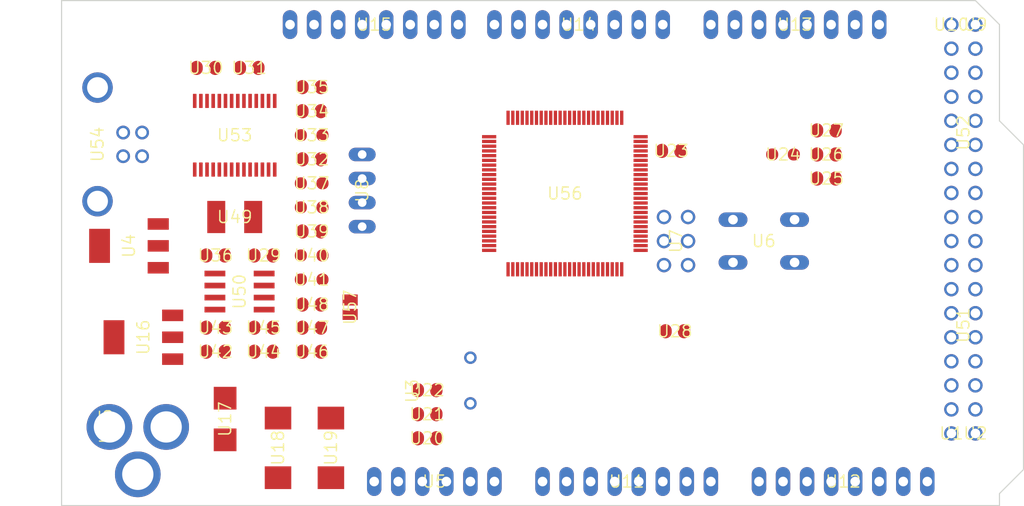
<source format=kicad_pcb>
(kicad_pcb (version 20221018) (generator pcbnew)
  (layers (0 "F.Cu" signal "Top") (31 "B.Cu" signal "Bottom") (34 "B.Paste" user) (35 "F.Paste" user) (36 "B.SilkS" user "B.Silkscreen") (37 "F.SilkS" user "F.Silkscreen") (38 "B.Mask" user) (39 "F.Mask" user) (44 "Edge.Cuts" user))
  (net 0 "")
  (net 1 "+5V")
  (net 2 "GND")
  (net 3 "N$6")
  (net 4 "N$7")
  (net 5 "AREF")
  (net 6 "RESET")
  (net 7 "VIN")
  (net 8 "N$3")
  (net 9 "PWRIN")
  (net 10 "M8RXD")
  (net 11 "M8TXD")
  (net 12 "ADC0")
  (net 13 "ADC2")
  (net 14 "ADC1")
  (net 15 "ADC3")
  (net 16 "ADC4")
  (net 17 "ADC5")
  (net 18 "ADC6")
  (net 19 "ADC7")
  (net 20 "+3V3")
  (net 21 "SDA")
  (net 22 "SCL")
  (net 23 "ADC9")
  (net 24 "ADC8")
  (net 25 "ADC10")
  (net 26 "ADC11")
  (net 27 "ADC12")
  (net 28 "ADC13")
  (net 29 "ADC14")
  (net 30 "ADC15")
  (net 31 "PB3")
  (net 32 "PB2")
  (net 33 "PB1")
  (net 34 "PB5")
  (net 35 "PB4")
  (net 36 "PE5")
  (net 37 "PE4")
  (net 38 "PE3")
  (net 39 "PE1")
  (net 40 "PE0")
  (net 41 "N$15")
  (net 42 "N$53")
  (net 43 "N$54")
  (net 44 "N$55")
  (net 45 "D-")
  (net 46 "D+")
  (net 47 "N$60")
  (net 48 "DTR")
  (net 49 "USBVCC")
  (net 50 "N$2")
  (net 51 "N$4")
  (net 52 "GATE_CMD")
  (net 53 "CMP")
  (net 54 "PB6")
  (net 55 "PH3")
  (net 56 "PH4")
  (net 57 "PH5")
  (net 58 "PH6")
  (net 59 "PG5")
  (net 60 "RXD1")
  (net 61 "TXD1")
  (net 62 "RXD2")
  (net 63 "RXD3")
  (net 64 "TXD2")
  (net 65 "TXD3")
  (net 66 "PC0")
  (net 67 "PC1")
  (net 68 "PC2")
  (net 69 "PC3")
  (net 70 "PC4")
  (net 71 "PC5")
  (net 72 "PC6")
  (net 73 "PC7")
  (net 74 "PB0")
  (net 75 "PG0")
  (net 76 "PG1")
  (net 77 "PG2")
  (net 78 "PD7")
  (net 79 "PA0")
  (net 80 "PA1")
  (net 81 "PA2")
  (net 82 "PA3")
  (net 83 "PA4")
  (net 84 "PA5")
  (net 85 "PA6")
  (net 86 "PA7")
  (net 87 "PL0")
  (net 88 "PL1")
  (net 89 "PL2")
  (net 90 "PL3")
  (net 91 "PL4")
  (net 92 "PL5")
  (net 93 "PL6")
  (net 94 "PL7")
  (net 95 "PB7")
  (net 96 "CTS")
  (net 97 "DSR")
  (net 98 "DCD")
  (net 99 "RI")
  (footprint "Arduino_MEGA_Reference_Design:2X03" (layer "F.Cu") (at 162.5981 103.7336 -90)
    (fp_text reference "U7")
    (fp_text value "")
  )
  (footprint "Arduino_MEGA_Reference_Design:1X08" (layer "F.Cu") (at 152.3111 80.8736 180)
    (fp_text reference "U14")
    (fp_text value "")
  )
  (footprint "Arduino_MEGA_Reference_Design:1X08" (layer "F.Cu") (at 130.7211 80.8736 180)
    (fp_text reference "U15")
    (fp_text value "")
  )
  (footprint "Arduino_MEGA_Reference_Design:SMC_D" (layer "F.Cu") (at 120.5611 125.5776 -90)
    (fp_text reference "U18")
    (fp_text value "")
  )
  (footprint "Arduino_MEGA_Reference_Design:SMC_D" (layer "F.Cu") (at 126.1491 125.5776 -90)
    (fp_text reference "U19")
    (fp_text value "")
  )
  (footprint "Arduino_MEGA_Reference_Design:B3F-10XX" (layer "F.Cu") (at 171.8691 103.7336 180)
    (fp_text reference "U6")
    (fp_text value "")
  )
  (footprint "Arduino_MEGA_Reference_Design:0805RND" (layer "F.Cu") (at 173.9011 94.5896 180)
    (fp_text reference "U24")
    (fp_text value "")
  )
  (footprint "Arduino_MEGA_Reference_Design:SMB" (layer "F.Cu") (at 114.9731 122.5296 -90)
    (fp_text reference "U17")
    (fp_text value "")
  )
  (footprint "Arduino_MEGA_Reference_Design:DC-21MM" (layer "F.Cu") (at 103.0351 123.2916 90)
    (fp_text reference "U55")
    (fp_text value "")
  )
  (footprint "Arduino_MEGA_Reference_Design:HC49_S" (layer "F.Cu") (at 140.8811 118.4656 90)
    (fp_text reference "U3")
    (fp_text value "")
  )
  (footprint "Arduino_MEGA_Reference_Design:SOT223" (layer "F.Cu") (at 106.3371 113.8936 90)
    (fp_text reference "U16")
    (fp_text value "")
  )
  (footprint "Arduino_MEGA_Reference_Design:1X06" (layer "F.Cu") (at 137.0711 129.1336)
    (fp_text reference "U5")
    (fp_text value "")
  )
  (footprint "Arduino_MEGA_Reference_Design:C0805RND" (layer "F.Cu") (at 124.1171 87.4776)
    (fp_text reference "U35")
    (fp_text value "")
  )
  (footprint "Arduino_MEGA_Reference_Design:C0805RND" (layer "F.Cu") (at 162.4711 113.2586)
    (fp_text reference "U28")
    (fp_text value "")
  )
  (footprint "Arduino_MEGA_Reference_Design:C0805RND" (layer "F.Cu") (at 136.3091 122.0216)
    (fp_text reference "U21")
    (fp_text value "")
  )
  (footprint "Arduino_MEGA_Reference_Design:C0805RND" (layer "F.Cu") (at 136.3091 119.4816)
    (fp_text reference "U22")
    (fp_text value "")
  )
  (footprint "Arduino_MEGA_Reference_Design:C0805RND" (layer "F.Cu") (at 113.9571 112.8776)
    (fp_text reference "U43")
    (fp_text value "")
  )
  (footprint "Arduino_MEGA_Reference_Design:RCL_0805RND" (layer "F.Cu") (at 124.1171 105.2576)
    (fp_text reference "U40")
    (fp_text value "")
  )
  (footprint "Arduino_MEGA_Reference_Design:RCL_0805RND" (layer "F.Cu") (at 124.1171 107.7976)
    (fp_text reference "U41")
    (fp_text value "")
  )
  (footprint "Arduino_MEGA_Reference_Design:1X08" (layer "F.Cu") (at 157.3911 129.1336)
    (fp_text reference "U11")
    (fp_text value "")
  )
  (footprint "Arduino_MEGA_Reference_Design:1X08" (layer "F.Cu") (at 175.1711 80.8736 180)
    (fp_text reference "U13")
    (fp_text value "")
  )
  (footprint "Arduino_MEGA_Reference_Design:R0805RND" (layer "F.Cu") (at 178.4731 94.5896 180)
    (fp_text reference "U26")
    (fp_text value "")
  )
  (footprint "Arduino_MEGA_Reference_Design:R0805RND" (layer "F.Cu") (at 178.4731 92.0496 180)
    (fp_text reference "U27")
    (fp_text value "")
  )
  (footprint "Arduino_MEGA_Reference_Design:TQFP100" (layer "F.Cu") (at 150.86109924316406 98.71395874023438 0)
    (fp_text reference "U56")
    (fp_text value "")
  )
  (footprint "Arduino_MEGA_Reference_Design:C0805RND" (layer "F.Cu") (at 162.0901 94.2086 180)
    (fp_text reference "U23")
    (fp_text value "")
  )
  (footprint "Arduino_MEGA_Reference_Design:C0805RND" (layer "F.Cu") (at 136.3091 124.5616)
    (fp_text reference "U20")
    (fp_text value "")
  )
  (footprint "Arduino_MEGA_Reference_Design:1X08" (layer "F.Cu") (at 180.2511 129.1336)
    (fp_text reference "U12")
    (fp_text value "")
  )
  (footprint "Arduino_MEGA_Reference_Design:R0805RND" (layer "F.Cu") (at 124.1171 112.8776)
    (fp_text reference "U47")
    (fp_text value "")
  )
  (footprint "Arduino_MEGA_Reference_Design:C0805RND" (layer "F.Cu") (at 124.1171 115.4176)
    (fp_text reference "U46")
    (fp_text value "")
  )
  (footprint "Arduino_MEGA_Reference_Design:C0805RND" (layer "F.Cu") (at 113.9571 105.2576)
    (fp_text reference "U36")
    (fp_text value "")
  )
  (footprint "Arduino_MEGA_Reference_Design:C0805RND" (layer "F.Cu") (at 112.9411 85.4456)
    (fp_text reference "U30")
    (fp_text value "")
  )
  (footprint "Arduino_MEGA_Reference_Design:0805RND" (layer "F.Cu") (at 124.1171 100.1776 180)
    (fp_text reference "U38")
    (fp_text value "")
  )
  (footprint "Arduino_MEGA_Reference_Design:0805RND" (layer "F.Cu") (at 124.1171 97.6376 180)
    (fp_text reference "U37")
    (fp_text value "")
  )
  (footprint "Arduino_MEGA_Reference_Design:R0805RND" (layer "F.Cu") (at 124.1171 95.0976)
    (fp_text reference "U32")
    (fp_text value "")
  )
  (footprint "Arduino_MEGA_Reference_Design:R0805RND" (layer "F.Cu") (at 124.1171 102.7176)
    (fp_text reference "U39")
    (fp_text value "")
  )
  (footprint "Arduino_MEGA_Reference_Design:SSOP28" (layer "F.Cu") (at 115.9891 92.5576)
    (fp_text reference "U53")
    (fp_text value "")
  )
  (footprint "Arduino_MEGA_Reference_Design:PN61729" (layer "F.Cu") (at 98.9584 93.5228 -90)
    (fp_text reference "U54")
    (fp_text value "")
  )
  (footprint "Arduino_MEGA_Reference_Design:L1812" (layer "F.Cu") (at 115.9891 101.1936)
    (fp_text reference "U49")
    (fp_text value "")
  )
  (footprint "Arduino_MEGA_Reference_Design:C0805RND" (layer "F.Cu") (at 117.5131 85.4456)
    (fp_text reference "U31")
    (fp_text value "")
  )
  (footprint "Arduino_MEGA_Reference_Design:0805RND" (layer "F.Cu") (at 124.1171 92.5576 180)
    (fp_text reference "U33")
    (fp_text value "")
  )
  (footprint "Arduino_MEGA_Reference_Design:R0805RND" (layer "F.Cu") (at 124.1171 90.0176 180)
    (fp_text reference "U34")
    (fp_text value "")
  )
  (footprint "Arduino_MEGA_Reference_Design:C0805RND" (layer "F.Cu") (at 124.1171 110.4392 180)
    (fp_text reference "U48")
    (fp_text value "")
  )
  (footprint "Arduino_MEGA_Reference_Design:SOT223" (layer "F.Cu") (at 104.8131 104.2416 90)
    (fp_text reference "U4")
    (fp_text value "")
  )
  (footprint "Arduino_MEGA_Reference_Design:SO08" (layer "F.Cu") (at 116.4971 109.0676 -90)
    (fp_text reference "U50")
    (fp_text value "")
  )
  (footprint "Arduino_MEGA_Reference_Design:R0805RND" (layer "F.Cu") (at 113.9571 115.4176 180)
    (fp_text reference "U42")
    (fp_text value "")
  )
  (footprint "Arduino_MEGA_Reference_Design:R0805RND" (layer "F.Cu") (at 119.0371 112.8776 180)
    (fp_text reference "U45")
    (fp_text value "")
  )
  (footprint "Arduino_MEGA_Reference_Design:C0805RND" (layer "F.Cu") (at 119.0371 115.4176 180)
    (fp_text reference "U44")
    (fp_text value "")
  )
  (footprint "Arduino_MEGA_Reference_Design:C0805RND" (layer "F.Cu") (at 119.0371 105.2576)
    (fp_text reference "U29")
    (fp_text value "")
  )
  (footprint "Arduino_MEGA_Reference_Design:2X08" (layer "F.Cu") (at 192.9511 92.3036 90)
    (fp_text reference "U52")
    (fp_text value "")
  )
  (footprint "Arduino_MEGA_Reference_Design:2X08" (layer "F.Cu") (at 192.9511 112.6236 90)
    (fp_text reference "U51")
    (fp_text value "")
  )
  (footprint "Arduino_MEGA_Reference_Design:R0805RND" (layer "F.Cu") (at 178.4731 97.1296 180)
    (fp_text reference "U25")
    (fp_text value "")
  )
  (footprint "Arduino_MEGA_Reference_Design:1X01" (layer "F.Cu") (at 191.6811 80.8736)
    (fp_text reference "U10")
    (fp_text value "")
  )
  (footprint "Arduino_MEGA_Reference_Design:1X01" (layer "F.Cu") (at 194.2211 80.8736)
    (fp_text reference "U9")
    (fp_text value "")
  )
  (footprint "Arduino_MEGA_Reference_Design:1X01" (layer "F.Cu") (at 191.6811 124.0536)
    (fp_text reference "U1")
    (fp_text value "")
  )
  (footprint "Arduino_MEGA_Reference_Design:1X01" (layer "F.Cu") (at 194.2211 124.0536)
    (fp_text reference "U2")
    (fp_text value "")
  )
  (footprint "Arduino_MEGA_Reference_Design:SJ" (layer "F.Cu") (at 128.1811 110.7186 -90)
    (fp_text reference "U57")
    (fp_text value "")
  )
  (footprint "Arduino_MEGA_Reference_Design:JP4" (layer "F.Cu") (at 129.4511 98.3996 -90)
    (fp_text reference "U8")
    (fp_text value "")
  )
  (gr_line (start 196.7611 80.8736) (end 196.7611 91.0336) (layer "Edge.Cuts") (width 0.12))
  (gr_line (start 196.7611 130.4036) (end 196.7611 131.6736) (layer "Edge.Cuts") (width 0.12))
  (gr_line (start 194.2211 78.3336) (end 196.7611 80.8736) (layer "Edge.Cuts") (width 0.12))
  (gr_line (start 97.7011 78.3336) (end 194.2211 78.3336) (layer "Edge.Cuts") (width 0.12))
  (gr_line (start 196.7611 91.0336) (end 199.3011 93.5736) (layer "Edge.Cuts") (width 0.12))
  (gr_line (start 97.7011 131.6736) (end 97.7011 78.3336) (layer "Edge.Cuts") (width 0.12))
  (gr_line (start 196.7611 131.6736) (end 97.7011 131.6736) (layer "Edge.Cuts") (width 0.12))
  (gr_line (start 199.3011 93.5736) (end 199.3011 127.8636) (layer "Edge.Cuts") (width 0.12))
  (gr_line (start 199.3011 127.8636) (end 196.7611 130.4036) (layer "Edge.Cuts") (width 0.12))
)
</source>
